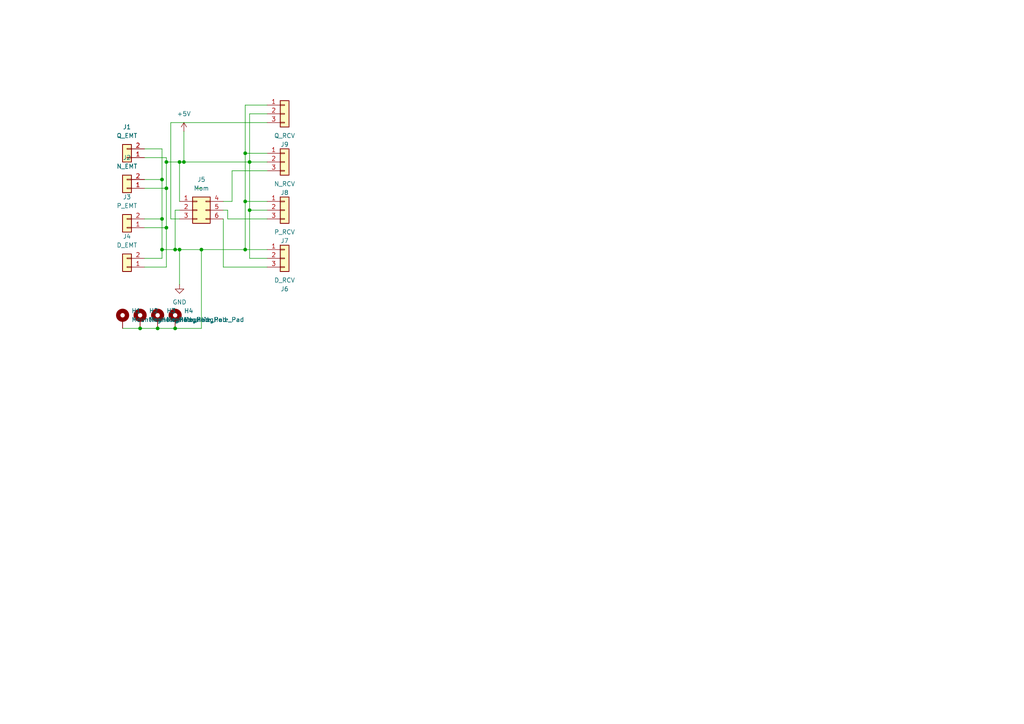
<source format=kicad_sch>
(kicad_sch (version 20231120) (generator "eeschema") (generator_version "8.0")
  (paper "A4")
  (lib_symbols
    (symbol "Conn_01x02_1" (pin_names (offset 1.016) hide)
      (property "Reference" "J" (at 0 2.54 0))
      (property "Value" "Conn_01x02" (at 0 -5.08 0))
      (symbol "Conn_01x02_1_1_1"
        (rectangle (start -1.27 -2.413) (end 0 -2.667) (stroke (width 0.1524)))
        (rectangle (start -1.27 0.127) (end 0 -0.127) (stroke (width 0.1524)))
        (rectangle (start -1.27 1.27) (end 1.27 -3.81) (stroke (width 0.254)) (fill (type background)))
        (pin passive line (at -5.08 0 0) (length 3.81) (name "Pin_1") (number "1"))
        (pin passive line (at -5.08 -2.54 0) (length 3.81) (name "Pin_2") (number "2"))
      )
    )
    (symbol "Connector_Generic:Conn_01x02" (pin_names (offset 1.016) hide)
      (property "Reference" "J" (at 0 2.54 0))
      (property "Value" "Conn_01x02" (at 0 -5.08 0))
      (symbol "Conn_01x02_1_1"
        (rectangle (start -1.27 -2.413) (end 0 -2.667) (stroke (width 0.1524)))
        (rectangle (start -1.27 0.127) (end 0 -0.127) (stroke (width 0.1524)))
        (rectangle (start -1.27 1.27) (end 1.27 -3.81) (stroke (width 0.254)) (fill (type background)))
        (pin passive line (at -5.08 0 0) (length 3.81) (name "Pin_1") (number "1"))
        (pin passive line (at -5.08 -2.54 0) (length 3.81) (name "Pin_2") (number "2"))
      )
    )
    (symbol "Connector_Generic:Conn_01x03" (pin_names (offset 1.016) hide)
      (property "Reference" "J" (at 0 5.08 0))
      (property "Value" "Conn_01x03" (at 0 -5.08 0))
      (symbol "Conn_01x03_1_1"
        (rectangle (start -1.27 -2.413) (end 0 -2.667) (stroke (width 0.1524)))
        (rectangle (start -1.27 0.127) (end 0 -0.127) (stroke (width 0.1524)))
        (rectangle (start -1.27 2.667) (end 0 2.413) (stroke (width 0.1524)))
        (rectangle (start -1.27 3.81) (end 1.27 -3.81) (stroke (width 0.254)) (fill (type background)))
        (pin passive line (at -5.08 2.54 0) (length 3.81) (name "Pin_1") (number "1"))
        (pin passive line (at -5.08 0 0) (length 3.81) (name "Pin_2") (number "2"))
        (pin passive line (at -5.08 -2.54 0) (length 3.81) (name "Pin_3") (number "3"))
      )
    )
    (symbol "Connector_Generic:Conn_02x03_Top_Bottom" (pin_names (offset 1.016) hide)
      (property "Reference" "J" (at 1.27 5.08 0))
      (property "Value" "Conn_02x03_Top_Bottom" (at 1.27 -5.08 0))
      (symbol "Conn_02x03_Top_Bottom_1_1"
        (rectangle (start -1.27 -2.413) (end 0 -2.667) (stroke (width 0.1524)))
        (rectangle (start -1.27 0.127) (end 0 -0.127) (stroke (width 0.1524)))
        (rectangle (start -1.27 2.667) (end 0 2.413) (stroke (width 0.1524)))
        (rectangle (start -1.27 3.81) (end 3.81 -3.81) (stroke (width 0.254)) (fill (type background)))
        (rectangle (start 3.81 -2.413) (end 2.54 -2.667) (stroke (width 0.1524)))
        (rectangle (start 3.81 0.127) (end 2.54 -0.127) (stroke (width 0.1524)))
        (rectangle (start 3.81 2.667) (end 2.54 2.413) (stroke (width 0.1524)))
        (pin passive line (at -5.08 2.54 0) (length 3.81) (name "Pin_1") (number "1"))
        (pin passive line (at -5.08 0 0) (length 3.81) (name "Pin_2") (number "2"))
        (pin passive line (at -5.08 -2.54 0) (length 3.81) (name "Pin_3") (number "3"))
        (pin passive line (at 7.62 2.54 180) (length 3.81) (name "Pin_4") (number "4"))
        (pin passive line (at 7.62 0 180) (length 3.81) (name "Pin_5") (number "5"))
        (pin passive line (at 7.62 -2.54 180) (length 3.81) (name "Pin_6") (number "6"))
      )
    )
    (symbol "Mechanical:MountingHole_Pad" (pin_numbers hide) (pin_names (offset 1.016) hide) (exclude_from_sim yes) (in_bom no)
      (property "Reference" "H" (at 0 6.35 0))
      (property "Value" "MountingHole_Pad" (at 0 4.445 0))
      (symbol "MountingHole_Pad_0_1"
        (circle (center 0 1.27) (radius 1.27) (stroke (width 1.27)))
      )
      (symbol "MountingHole_Pad_1_1"
        (pin input line (at 0 -2.54 90) (length 2.54) (name "1") (number "1"))
      )
    )
    (symbol "power:+5V" (power) (pin_numbers hide) (pin_names (offset 0) hide)
      (property "Value" "+5V" (at 0 3.556 0))
      (symbol "+5V_0_1"
        (polyline (pts (xy -0.762 1.27) (xy 0 2.54)))
        (polyline (pts (xy 0 0) (xy 0 2.54)))
        (polyline (pts (xy 0 2.54) (xy 0.762 1.27)))
      )
      (symbol "+5V_1_1"
        (pin power_in line (at 0 0 90) (length 0) (name "~") (number "1"))
      )
    )
    (symbol "power:GND" (power) (pin_numbers hide) (pin_names (offset 0) hide)
      (property "Value" "GND" (at 0 -3.81 0))
      (symbol "GND_0_1"
        (polyline (pts (xy 0 0) (xy 0 -1.27) (xy 1.27 -1.27) (xy 0 -2.54) (xy -1.27 -1.27) (xy 0 -1.27)))
      )
      (symbol "GND_1_1"
        (pin power_in line (at 0 0 270) (length 0) (name "~") (number "1"))
      )
    )
  )
  (junction (at 48.26 66.04))
  (junction (at 71.12 72.39))
  (junction (at 71.12 58.42))
  (junction (at 48.26 46.99))
  (junction (at 58.42 72.39))
  (junction (at 52.07 72.39))
  (junction (at 48.26 54.61))
  (junction (at 50.8 95.25))
  (junction (at 72.39 60.96))
  (junction (at 45.72 95.25))
  (junction (at 72.39 46.99))
  (junction (at 46.99 52.07))
  (junction (at 46.99 72.39))
  (junction (at 40.64 95.25))
  (junction (at 52.07 46.99))
  (junction (at 50.8 72.39))
  (junction (at 53.34 46.99))
  (junction (at 46.99 63.5))
  (junction (at 71.12 44.45))
  (wire (pts (xy 64.77 60.96) (xy 66.04 60.96)))
  (wire (pts (xy 41.91 77.47) (xy 48.26 77.47)))
  (wire (pts (xy 52.07 72.39) (xy 52.07 82.55)))
  (wire (pts (xy 50.8 95.25) (xy 58.42 95.25)))
  (wire (pts (xy 77.47 58.42) (xy 71.12 58.42)))
  (wire (pts (xy 41.91 43.18) (xy 46.99 43.18)))
  (wire (pts (xy 49.53 63.5) (xy 52.07 63.5)))
  (wire (pts (xy 52.07 46.99) (xy 53.34 46.99)))
  (wire (pts (xy 48.26 45.72) (xy 48.26 46.99)))
  (wire (pts (xy 46.99 74.93) (xy 46.99 72.39)))
  (wire (pts (xy 71.12 30.48) (xy 71.12 44.45)))
  (wire (pts (xy 35.56 95.25) (xy 40.64 95.25)))
  (wire (pts (xy 41.91 66.04) (xy 48.26 66.04)))
  (wire (pts (xy 72.39 60.96) (xy 72.39 46.99)))
  (wire (pts (xy 50.8 60.96) (xy 50.8 72.39)))
  (wire (pts (xy 41.91 45.72) (xy 48.26 45.72)))
  (wire (pts (xy 71.12 72.39) (xy 58.42 72.39)))
  (wire (pts (xy 71.12 58.42) (xy 71.12 72.39)))
  (wire (pts (xy 77.47 74.93) (xy 72.39 74.93)))
  (wire (pts (xy 71.12 44.45) (xy 71.12 58.42)))
  (wire (pts (xy 66.04 63.5) (xy 77.47 63.5)))
  (wire (pts (xy 41.91 52.07) (xy 46.99 52.07)))
  (wire (pts (xy 52.07 46.99) (xy 52.07 58.42)))
  (wire (pts (xy 46.99 63.5) (xy 46.99 72.39)))
  (wire (pts (xy 67.31 49.53) (xy 77.47 49.53)))
  (wire (pts (xy 77.47 44.45) (xy 71.12 44.45)))
  (wire (pts (xy 72.39 33.02) (xy 72.39 46.99)))
  (wire (pts (xy 53.34 46.99) (xy 53.34 38.1)))
  (wire (pts (xy 40.64 95.25) (xy 45.72 95.25)))
  (wire (pts (xy 45.72 95.25) (xy 50.8 95.25)))
  (wire (pts (xy 72.39 74.93) (xy 72.39 60.96)))
  (wire (pts (xy 77.47 33.02) (xy 72.39 33.02)))
  (wire (pts (xy 77.47 46.99) (xy 72.39 46.99)))
  (wire (pts (xy 48.26 54.61) (xy 48.26 46.99)))
  (wire (pts (xy 57.15 54.61) (xy 58.42 54.61)))
  (wire (pts (xy 77.47 30.48) (xy 71.12 30.48)))
  (wire (pts (xy 77.47 72.39) (xy 71.12 72.39)))
  (wire (pts (xy 64.77 77.47) (xy 77.47 77.47)))
  (wire (pts (xy 46.99 52.07) (xy 46.99 63.5)))
  (wire (pts (xy 58.42 72.39) (xy 52.07 72.39)))
  (wire (pts (xy 41.91 74.93) (xy 46.99 74.93)))
  (wire (pts (xy 48.26 77.47) (xy 48.26 66.04)))
  (wire (pts (xy 66.04 60.96) (xy 66.04 63.5)))
  (wire (pts (xy 46.99 72.39) (xy 50.8 72.39)))
  (wire (pts (xy 48.26 46.99) (xy 52.07 46.99)))
  (wire (pts (xy 49.53 35.56) (xy 77.47 35.56)))
  (wire (pts (xy 58.42 95.25) (xy 58.42 72.39)))
  (wire (pts (xy 49.53 35.56) (xy 49.53 63.5)))
  (wire (pts (xy 48.26 66.04) (xy 48.26 54.61)))
  (wire (pts (xy 72.39 46.99) (xy 53.34 46.99)))
  (wire (pts (xy 52.07 60.96) (xy 50.8 60.96)))
  (wire (pts (xy 64.77 58.42) (xy 67.31 58.42)))
  (wire (pts (xy 50.8 72.39) (xy 52.07 72.39)))
  (wire (pts (xy 41.91 54.61) (xy 48.26 54.61)))
  (wire (pts (xy 46.99 43.18) (xy 46.99 52.07)))
  (wire (pts (xy 77.47 60.96) (xy 72.39 60.96)))
  (wire (pts (xy 67.31 58.42) (xy 67.31 49.53)))
  (wire (pts (xy 41.91 63.5) (xy 46.99 63.5)))
  (wire (pts (xy 64.77 63.5) (xy 64.77 77.47)))
  (symbol (lib_id "Connector_Generic:Conn_01x02") (at 36.83 54.61 180) (unit 1)
    (property "Reference" "J2" (at 36.83 45.72 0))
    (property "Value" "N_EMT" (at 36.83 48.26 0))
    (property "Footprint" "Connector_JST:JST_XH_B2B-XH-A_1x02_P2.50mm_Vertical" (effects (hide yes)))
    (property "Description" "Generic connector, single row, 01x02, script generated (kicad-library-utils/schlib/autogen/connector/)" (effects (hide yes)))
  )
  (symbol (lib_id "Connector_Generic:Conn_01x02") (at 36.83 77.47 180) (unit 1)
    (property "Reference" "J4" (at 36.83 68.58 0))
    (property "Value" "D_EMT" (at 36.83 71.12 0))
    (property "Footprint" "Connector_JST:JST_XH_B2B-XH-A_1x02_P2.50mm_Vertical" (effects (hide yes)))
    (property "Description" "Generic connector, single row, 01x02, script generated (kicad-library-utils/schlib/autogen/connector/)" (effects (hide yes)))
  )
  (symbol (lib_id "Mechanical:MountingHole_Pad") (at 40.64 92.71 0) (unit 1) (exclude_from_sim yes) (in_bom no)
    (property "Reference" "H2" (at 43.18 90.1699 0) (effects (justify left)))
    (property "Value" "MountingHole_Pad" (at 43.18 92.7099 0) (effects (justify left)))
    (property "Footprint" "MountingHole:MountingHole_3.2mm_M3_Pad_Via" (effects (hide yes)))
    (property "Description" "Mounting Hole with connection" (effects (hide yes)))
  )
  (symbol (lib_id "Mechanical:MountingHole_Pad") (at 50.8 92.71 0) (unit 1) (exclude_from_sim yes) (in_bom no)
    (property "Reference" "H4" (at 53.34 90.1699 0) (effects (justify left)))
    (property "Value" "MountingHole_Pad" (at 53.34 92.7099 0) (effects (justify left)))
    (property "Footprint" "MountingHole:MountingHole_3.2mm_M3_Pad_Via" (effects (hide yes)))
    (property "Description" "Mounting Hole with connection" (effects (hide yes)))
  )
  (symbol (lib_name "Conn_01x02_1") (lib_id "Connector_Generic:Conn_01x02") (at 36.83 45.72 180) (unit 1)
    (property "Reference" "J1" (at 36.83 36.83 0))
    (property "Value" "Q_EMT" (at 36.83 39.37 0))
    (property "Footprint" "Connector_JST:JST_XH_B2B-XH-A_1x02_P2.50mm_Vertical" (effects (hide yes)))
    (property "Description" "Generic connector, single row, 01x02, script generated (kicad-library-utils/schlib/autogen/connector/)" (effects (hide yes)))
  )
  (symbol (lib_id "Connector_Generic:Conn_02x03_Top_Bottom") (at 57.15 60.96 0) (unit 1)
    (property "Reference" "J5" (at 58.42 52.07 0))
    (property "Value" "Mom" (at 58.42 54.61 0))
    (property "Footprint" "Connector_JST:JST_XH_B6B-XH-A_1x06_P2.50mm_Vertical" (effects (hide yes)))
    (property "Description" "Generic connector, double row, 02x03, top/bottom pin numbering scheme (row 1: 1...pins_per_row, row2: pins_per_row+1 ... num_pins), script generated (kicad-library-utils/schlib/autogen/connector/)" (effects (hide yes)))
  )
  (symbol (lib_id "Connector_Generic:Conn_01x02") (at 36.83 66.04 180) (unit 1)
    (property "Reference" "J3" (at 36.83 57.15 0))
    (property "Value" "P_EMT" (at 36.83 59.69 0))
    (property "Footprint" "Connector_JST:JST_XH_B2B-XH-A_1x02_P2.50mm_Vertical" (effects (hide yes)))
    (property "Description" "Generic connector, single row, 01x02, script generated (kicad-library-utils/schlib/autogen/connector/)" (effects (hide yes)))
  )
  (symbol (lib_id "power:GND") (at 52.07 82.55 0) (unit 1)
    (property "Reference" "#PWR02" (effects (hide yes)))
    (property "Value" "GND" (at 52.07 87.63 0))
    (property "Description" "Power symbol creates a global label with name \"GND\" , ground" (effects (hide yes)))
  )
  (symbol (lib_id "Connector_Generic:Conn_01x03") (at 82.55 60.96 0) (unit 1)
    (property "Reference" "J7" (at 82.55 69.85 0))
    (property "Value" "P_RCV" (at 82.55 67.31 0))
    (property "Footprint" "Connector_JST:JST_XH_B3B-XH-A_1x03_P2.50mm_Vertical" (effects (hide yes)))
    (property "Description" "Generic connector, single row, 01x03, script generated (kicad-library-utils/schlib/autogen/connector/)" (effects (hide yes)))
  )
  (symbol (lib_id "Connector_Generic:Conn_01x03") (at 82.55 46.99 0) (unit 1)
    (property "Reference" "J8" (at 82.55 55.88 0))
    (property "Value" "N_RCV" (at 82.55 53.34 0))
    (property "Footprint" "Connector_JST:JST_XH_B3B-XH-A_1x03_P2.50mm_Vertical" (effects (hide yes)))
    (property "Description" "Generic connector, single row, 01x03, script generated (kicad-library-utils/schlib/autogen/connector/)" (effects (hide yes)))
  )
  (symbol (lib_id "power:+5V") (at 53.34 38.1 0) (unit 1)
    (property "Reference" "#PWR01" (effects (hide yes)))
    (property "Value" "+5V" (at 53.34 33.02 0))
    (property "Description" "Power symbol creates a global label with name \"+5V\"" (effects (hide yes)))
  )
  (symbol (lib_id "Connector_Generic:Conn_01x03") (at 82.55 33.02 0) (unit 1)
    (property "Reference" "J9" (at 82.55 41.91 0))
    (property "Value" "Q_RCV" (at 82.55 39.37 0))
    (property "Footprint" "Connector_JST:JST_XH_B3B-XH-A_1x03_P2.50mm_Vertical" (effects (hide yes)))
    (property "Description" "Generic connector, single row, 01x03, script generated (kicad-library-utils/schlib/autogen/connector/)" (effects (hide yes)))
  )
  (symbol (lib_id "Mechanical:MountingHole_Pad") (at 35.56 92.71 0) (unit 1) (exclude_from_sim yes) (in_bom no)
    (property "Reference" "H1" (at 38.1 90.1699 0) (effects (justify left)))
    (property "Value" "MountingHole_Pad" (at 38.1 92.7099 0) (effects (justify left)))
    (property "Footprint" "MountingHole:MountingHole_3.2mm_M3_Pad_Via" (effects (hide yes)))
    (property "Description" "Mounting Hole with connection" (effects (hide yes)))
  )
  (symbol (lib_id "Mechanical:MountingHole_Pad") (at 45.72 92.71 0) (unit 1) (exclude_from_sim yes) (in_bom no)
    (property "Reference" "H3" (at 48.26 90.1699 0) (effects (justify left)))
    (property "Value" "MountingHole_Pad" (at 48.26 92.7099 0) (effects (justify left)))
    (property "Footprint" "MountingHole:MountingHole_3.2mm_M3_Pad_Via" (effects (hide yes)))
    (property "Description" "Mounting Hole with connection" (effects (hide yes)))
  )
  (symbol (lib_id "Connector_Generic:Conn_01x03") (at 82.55 74.93 0) (unit 1)
    (property "Reference" "J6" (at 82.55 83.82 0))
    (property "Value" "D_RCV" (at 82.55 81.28 0))
    (property "Footprint" "Connector_JST:JST_XH_B3B-XH-A_1x03_P2.50mm_Vertical" (effects (hide yes)))
    (property "Description" "Generic connector, single row, 01x03, script generated (kicad-library-utils/schlib/autogen/connector/)" (effects (hide yes)))
  )
)
</source>
